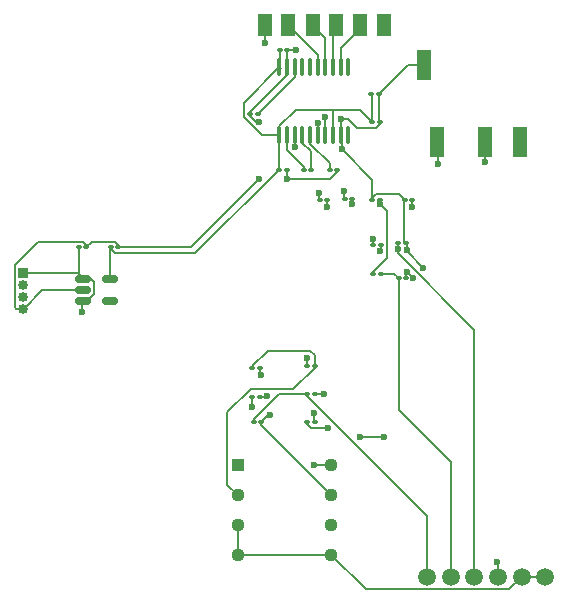
<source format=gbr>
%TF.GenerationSoftware,KiCad,Pcbnew,9.0.2*%
%TF.CreationDate,2025-08-05T13:11:17+05:30*%
%TF.ProjectId,dac,6461632e-6b69-4636-9164-5f7063625858,rev?*%
%TF.SameCoordinates,Original*%
%TF.FileFunction,Copper,L1,Top*%
%TF.FilePolarity,Positive*%
%FSLAX46Y46*%
G04 Gerber Fmt 4.6, Leading zero omitted, Abs format (unit mm)*
G04 Created by KiCad (PCBNEW 9.0.2) date 2025-08-05 13:11:17*
%MOMM*%
%LPD*%
G01*
G04 APERTURE LIST*
G04 Aperture macros list*
%AMRoundRect*
0 Rectangle with rounded corners*
0 $1 Rounding radius*
0 $2 $3 $4 $5 $6 $7 $8 $9 X,Y pos of 4 corners*
0 Add a 4 corners polygon primitive as box body*
4,1,4,$2,$3,$4,$5,$6,$7,$8,$9,$2,$3,0*
0 Add four circle primitives for the rounded corners*
1,1,$1+$1,$2,$3*
1,1,$1+$1,$4,$5*
1,1,$1+$1,$6,$7*
1,1,$1+$1,$8,$9*
0 Add four rect primitives between the rounded corners*
20,1,$1+$1,$2,$3,$4,$5,0*
20,1,$1+$1,$4,$5,$6,$7,0*
20,1,$1+$1,$6,$7,$8,$9,0*
20,1,$1+$1,$8,$9,$2,$3,0*%
G04 Aperture macros list end*
%TA.AperFunction,ComponentPad*%
%ADD10R,1.270000X1.905000*%
%TD*%
%TA.AperFunction,SMDPad,CuDef*%
%ADD11RoundRect,0.100000X-0.130000X-0.100000X0.130000X-0.100000X0.130000X0.100000X-0.130000X0.100000X0*%
%TD*%
%TA.AperFunction,SMDPad,CuDef*%
%ADD12R,1.200000X2.500000*%
%TD*%
%TA.AperFunction,SMDPad,CuDef*%
%ADD13RoundRect,0.100000X0.130000X0.100000X-0.130000X0.100000X-0.130000X-0.100000X0.130000X-0.100000X0*%
%TD*%
%TA.AperFunction,SMDPad,CuDef*%
%ADD14RoundRect,0.150000X-0.512500X-0.150000X0.512500X-0.150000X0.512500X0.150000X-0.512500X0.150000X0*%
%TD*%
%TA.AperFunction,SMDPad,CuDef*%
%ADD15RoundRect,0.100000X0.100000X-0.637500X0.100000X0.637500X-0.100000X0.637500X-0.100000X-0.637500X0*%
%TD*%
%TA.AperFunction,ComponentPad*%
%ADD16R,0.850000X0.850000*%
%TD*%
%TA.AperFunction,ComponentPad*%
%ADD17C,0.850000*%
%TD*%
%TA.AperFunction,ComponentPad*%
%ADD18R,1.130000X1.130000*%
%TD*%
%TA.AperFunction,ComponentPad*%
%ADD19C,1.130000*%
%TD*%
%TA.AperFunction,ComponentPad*%
%ADD20C,1.500000*%
%TD*%
%TA.AperFunction,ViaPad*%
%ADD21C,0.600000*%
%TD*%
%TA.AperFunction,Conductor*%
%ADD22C,0.200000*%
%TD*%
G04 APERTURE END LIST*
D10*
%TO.P,J1,1,Pin_1*%
%TO.N,AGND*%
X119700000Y-66000000D03*
%TO.P,J1,2,Pin_2*%
%TO.N,LCK*%
X121652000Y-66000000D03*
%TO.P,J1,3,Pin_3*%
%TO.N,DAT*%
X123700000Y-66000000D03*
%TO.P,J1,4,Pin_4*%
%TO.N,BCK*%
X125700000Y-66000000D03*
%TO.P,J1,5,Pin_5*%
%TO.N,SCK*%
X127700000Y-66000000D03*
%TO.P,J1,6,Pin_6*%
%TO.N,GND*%
X129700000Y-66000000D03*
%TD*%
D11*
%TO.P,C4,1*%
%TO.N,3.3V*%
X120880000Y-78200000D03*
%TO.P,C4,2*%
%TO.N,GND*%
X121520000Y-78200000D03*
%TD*%
%TO.P,C8,1*%
%TO.N,3.3V*%
X128735000Y-74200000D03*
%TO.P,C8,2*%
%TO.N,AGND*%
X129375000Y-74200000D03*
%TD*%
D12*
%TO.P,J4,R1*%
%TO.N,Net-(U3-OUT_B)*%
X138250000Y-75850000D03*
%TO.P,J4,R2*%
%TO.N,unconnected-(J4-PadR2)*%
X141250000Y-75850000D03*
%TO.P,J4,S*%
%TO.N,AGND*%
X133150000Y-69350000D03*
%TO.P,J4,T*%
%TO.N,Net-(U3-OUT_A)*%
X134250000Y-75850000D03*
%TD*%
D11*
%TO.P,R4,1*%
%TO.N,Net-(C10-Pad2)*%
X128825000Y-87025000D03*
%TO.P,R4,2*%
%TO.N,Net-(C3-Pad2)*%
X129465000Y-87025000D03*
%TD*%
%TO.P,R6,1*%
%TO.N,Net-(R6-Pad1)*%
X123225000Y-97200000D03*
%TO.P,R6,2*%
%TO.N,Net-(U3--IN_B)*%
X123865000Y-97200000D03*
%TD*%
%TO.P,C9,1*%
%TO.N,3.3V*%
X128680000Y-71800000D03*
%TO.P,C9,2*%
%TO.N,AGND*%
X129320000Y-71800000D03*
%TD*%
%TO.P,R3,1*%
%TO.N,Net-(U1-OUTR)*%
X126430000Y-80700000D03*
%TO.P,R3,2*%
%TO.N,Net-(C10-Pad2)*%
X127070000Y-80700000D03*
%TD*%
%TO.P,C15,1*%
%TO.N,GND*%
X118405000Y-73475000D03*
%TO.P,C15,2*%
%TO.N,Net-(U1-LDOO)*%
X119045000Y-73475000D03*
%TD*%
D13*
%TO.P,C7,1*%
%TO.N,GND*%
X121565000Y-68075000D03*
%TO.P,C7,2*%
%TO.N,3.3V*%
X120925000Y-68075000D03*
%TD*%
D11*
%TO.P,C6,1*%
%TO.N,Net-(U1-VNEG)*%
X125135000Y-78200000D03*
%TO.P,C6,2*%
%TO.N,GND*%
X125775000Y-78200000D03*
%TD*%
D14*
%TO.P,U2,1,IN*%
%TO.N,+5V*%
X104262500Y-87450000D03*
%TO.P,U2,2,GND*%
%TO.N,GND*%
X104262500Y-88400000D03*
%TO.P,U2,3,EN*%
%TO.N,+5V*%
X104262500Y-89350000D03*
%TO.P,U2,4,NC*%
%TO.N,unconnected-(U2-NC-Pad4)*%
X106537500Y-89350000D03*
%TO.P,U2,5,OUT*%
%TO.N,3.3V*%
X106537500Y-87450000D03*
%TD*%
D15*
%TO.P,U1,1,CPVDD*%
%TO.N,3.3V*%
X120875000Y-75262500D03*
%TO.P,U1,2,CAPP*%
%TO.N,Net-(U1-CAPP)*%
X121525000Y-75262500D03*
%TO.P,U1,3,CPGND*%
%TO.N,GND*%
X122175000Y-75262500D03*
%TO.P,U1,4,CAPM*%
%TO.N,Net-(U1-CAPM)*%
X122825000Y-75262500D03*
%TO.P,U1,5,VNEG*%
%TO.N,Net-(U1-VNEG)*%
X123475000Y-75262500D03*
%TO.P,U1,6,OUTL*%
%TO.N,Net-(U1-OUTL)*%
X124125000Y-75262500D03*
%TO.P,U1,7,OUTR*%
%TO.N,Net-(U1-OUTR)*%
X124775000Y-75262500D03*
%TO.P,U1,8,AVDD*%
%TO.N,3.3V*%
X125425000Y-75262500D03*
%TO.P,U1,9,AGND*%
%TO.N,AGND*%
X126075000Y-75262500D03*
%TO.P,U1,10,DEMP*%
%TO.N,unconnected-(U1-DEMP-Pad10)*%
X126725000Y-75262500D03*
%TO.P,U1,11,FLT*%
%TO.N,unconnected-(U1-FLT-Pad11)*%
X126725000Y-69537500D03*
%TO.P,U1,12,SCK*%
%TO.N,SCK*%
X126075000Y-69537500D03*
%TO.P,U1,13,BCK*%
%TO.N,BCK*%
X125425000Y-69537500D03*
%TO.P,U1,14,DIN*%
%TO.N,DAT*%
X124775000Y-69537500D03*
%TO.P,U1,15,LRCK*%
%TO.N,LCK*%
X124125000Y-69537500D03*
%TO.P,U1,16,FMT*%
%TO.N,unconnected-(U1-FMT-Pad16)*%
X123475000Y-69537500D03*
%TO.P,U1,17,XSMT*%
%TO.N,unconnected-(U1-XSMT-Pad17)*%
X122825000Y-69537500D03*
%TO.P,U1,18,LDOO*%
%TO.N,Net-(U1-LDOO)*%
X122175000Y-69537500D03*
%TO.P,U1,19,DGND*%
%TO.N,GND*%
X121525000Y-69537500D03*
%TO.P,U1,20,DVDD*%
%TO.N,3.3V*%
X120875000Y-69537500D03*
%TD*%
D11*
%TO.P,C13,1*%
%TO.N,Net-(U3--IN_A)*%
X118600000Y-95000000D03*
%TO.P,C13,2*%
%TO.N,Net-(U3-OUT_A)*%
X119240000Y-95000000D03*
%TD*%
%TO.P,R7,1*%
%TO.N,Net-(R5-Pad1)*%
X123225000Y-99600000D03*
%TO.P,R7,2*%
%TO.N,Net-(U3-OUT_A)*%
X123865000Y-99600000D03*
%TD*%
D16*
%TO.P,J3,1,Pin_1*%
%TO.N,+5V*%
X99200000Y-87000000D03*
D17*
%TO.P,J3,2,Pin_2*%
%TO.N,unconnected-(J3-Pin_2-Pad2)*%
X99200000Y-88000000D03*
%TO.P,J3,3,Pin_3*%
%TO.N,unconnected-(J3-Pin_3-Pad3)*%
X99200000Y-89000000D03*
%TO.P,J3,4,Pin_4*%
%TO.N,GND*%
X99200000Y-90000000D03*
%TD*%
D11*
%TO.P,R8,1*%
%TO.N,Net-(R6-Pad1)*%
X118700000Y-99550000D03*
%TO.P,R8,2*%
%TO.N,Net-(U3-OUT_B)*%
X119340000Y-99550000D03*
%TD*%
%TO.P,R5,1*%
%TO.N,Net-(R5-Pad1)*%
X123225000Y-94800000D03*
%TO.P,R5,2*%
%TO.N,Net-(U3--IN_A)*%
X123865000Y-94800000D03*
%TD*%
D18*
%TO.P,U3,1,OUT_A*%
%TO.N,Net-(U3-OUT_A)*%
X117355000Y-103240000D03*
D19*
%TO.P,U3,2,-IN_A*%
%TO.N,Net-(U3--IN_A)*%
X117355000Y-105780000D03*
%TO.P,U3,3,+IN_A*%
%TO.N,AGND*%
X117355000Y-108320000D03*
%TO.P,U3,4,V-*%
X117355000Y-110860000D03*
%TO.P,U3,5,+IN_B*%
X125295000Y-110860000D03*
%TO.P,U3,6,-IN_B*%
%TO.N,Net-(U3--IN_B)*%
X125295000Y-108320000D03*
%TO.P,U3,7,OUT_B*%
%TO.N,Net-(U3-OUT_B)*%
X125295000Y-105780000D03*
%TO.P,U3,8,V+*%
%TO.N,+5V*%
X125295000Y-103240000D03*
%TD*%
D11*
%TO.P,R2,1*%
%TO.N,Net-(U1-OUTL)*%
X124305000Y-80750000D03*
%TO.P,R2,2*%
%TO.N,Net-(C11-Pad2)*%
X124945000Y-80750000D03*
%TD*%
%TO.P,C10,1*%
%TO.N,AGND*%
X128760000Y-80800000D03*
%TO.P,C10,2*%
%TO.N,Net-(C10-Pad2)*%
X129400000Y-80800000D03*
%TD*%
%TO.P,C11,1*%
%TO.N,AGND*%
X131480000Y-80800000D03*
%TO.P,C11,2*%
%TO.N,Net-(C11-Pad2)*%
X132120000Y-80800000D03*
%TD*%
%TO.P,C1,1*%
%TO.N,+5V*%
X103880000Y-84800000D03*
%TO.P,C1,2*%
%TO.N,GND*%
X104520000Y-84800000D03*
%TD*%
D13*
%TO.P,C3,1*%
%TO.N,AGND*%
X131640000Y-87400000D03*
%TO.P,C3,2*%
%TO.N,Net-(C3-Pad2)*%
X131000000Y-87400000D03*
%TD*%
D20*
%TO.P,RV1,1,1*%
%TO.N,Net-(C12-Pad1)*%
X137400000Y-112700000D03*
%TO.P,RV1,2,2*%
%TO.N,Net-(R5-Pad1)*%
X139400000Y-112700000D03*
%TO.P,RV1,3,3*%
%TO.N,AGND*%
X141400000Y-112700000D03*
%TO.P,RV1,4,4*%
%TO.N,Net-(C3-Pad2)*%
X135400000Y-112700000D03*
%TO.P,RV1,5,5*%
%TO.N,Net-(R6-Pad1)*%
X133400000Y-112700000D03*
%TO.P,RV1,6,6*%
%TO.N,AGND*%
X143400000Y-112700000D03*
%TD*%
D11*
%TO.P,C14,1*%
%TO.N,Net-(U3--IN_B)*%
X118600000Y-97450000D03*
%TO.P,C14,2*%
%TO.N,Net-(U3-OUT_B)*%
X119240000Y-97450000D03*
%TD*%
%TO.P,C2,1*%
%TO.N,3.3V*%
X106600000Y-84800000D03*
%TO.P,C2,2*%
%TO.N,GND*%
X107240000Y-84800000D03*
%TD*%
%TO.P,C5,1*%
%TO.N,Net-(U1-CAPP)*%
X122935000Y-78200000D03*
%TO.P,C5,2*%
%TO.N,Net-(U1-CAPM)*%
X123575000Y-78200000D03*
%TD*%
%TO.P,C12,1*%
%TO.N,Net-(C12-Pad1)*%
X130935000Y-84400000D03*
%TO.P,C12,2*%
%TO.N,AGND*%
X131575000Y-84400000D03*
%TD*%
%TO.P,R1,1*%
%TO.N,Net-(C11-Pad2)*%
X128825000Y-84625000D03*
%TO.P,R1,2*%
%TO.N,Net-(C12-Pad1)*%
X129465000Y-84625000D03*
%TD*%
D21*
%TO.N,GND*%
X122275000Y-68075000D03*
%TO.N,AGND*%
X127725000Y-100875000D03*
X129700000Y-100875000D03*
X133075000Y-86500000D03*
X132225707Y-87424293D03*
%TO.N,+5V*%
X104200000Y-90250000D03*
X123825000Y-103250000D03*
%TO.N,GND*%
X119153657Y-74174998D03*
%TO.N,AGND*%
X126075000Y-73950000D03*
X119675000Y-67500000D03*
%TO.N,GND*%
X121500000Y-79025000D03*
X119190735Y-79040735D03*
X122175000Y-76325000D03*
%TO.N,AGND*%
X131675000Y-86875000D03*
X131700000Y-85025000D03*
X126150000Y-76450000D03*
%TO.N,Net-(C10-Pad2)*%
X129437504Y-81150001D03*
X127050000Y-81150000D03*
%TO.N,Net-(C11-Pad2)*%
X132075000Y-81375000D03*
X124900000Y-81375000D03*
X128850000Y-84075000D03*
%TO.N,Net-(C12-Pad1)*%
X130900000Y-84900000D03*
X129396000Y-85134600D03*
%TO.N,Net-(U3-OUT_A)*%
X119300000Y-95600000D03*
X123829000Y-98850000D03*
X134300000Y-77700000D03*
%TO.N,Net-(U3--IN_B)*%
X124700000Y-97200000D03*
X118600000Y-98275000D03*
%TO.N,Net-(U3-OUT_B)*%
X120075000Y-99000000D03*
X138300000Y-77550000D03*
X119802474Y-97399000D03*
%TO.N,Net-(U1-OUTL)*%
X124125000Y-74225000D03*
X124225000Y-80200000D03*
%TO.N,Net-(U1-OUTR)*%
X124765693Y-73745926D03*
X126350000Y-80050000D03*
%TO.N,Net-(R5-Pad1)*%
X125029000Y-100100000D03*
X123250000Y-94150000D03*
X139325000Y-111400000D03*
%TD*%
D22*
%TO.N,GND*%
X121565000Y-68075000D02*
X122275000Y-68075000D01*
%TO.N,AGND*%
X129700000Y-100875000D02*
X127725000Y-100875000D01*
X131700000Y-85125000D02*
X131700000Y-85025000D01*
X131675000Y-86875000D02*
X131676414Y-86875000D01*
X131676414Y-86875000D02*
X132225707Y-87424293D01*
X133075000Y-86500000D02*
X131700000Y-85125000D01*
%TO.N,+5V*%
X125295000Y-103240000D02*
X123835000Y-103240000D01*
X123835000Y-103240000D02*
X123825000Y-103250000D01*
X104200000Y-90250000D02*
X104200000Y-89412500D01*
X104200000Y-89412500D02*
X104262500Y-89350000D01*
%TO.N,AGND*%
X117355000Y-110860000D02*
X117355000Y-108320000D01*
X125295000Y-110860000D02*
X117355000Y-110860000D01*
X141400000Y-112700000D02*
X143400000Y-112700000D01*
X141400000Y-112700000D02*
X140349000Y-113751000D01*
X140349000Y-113751000D02*
X128186000Y-113751000D01*
X128186000Y-113751000D02*
X125295000Y-110860000D01*
X128760000Y-80800000D02*
X128760000Y-80640130D01*
X128760000Y-80640130D02*
X129101130Y-80299000D01*
X129101130Y-80299000D02*
X130979000Y-80299000D01*
X130979000Y-80299000D02*
X131480000Y-80800000D01*
X126150000Y-76450000D02*
X128760000Y-79060000D01*
X128760000Y-79060000D02*
X128760000Y-80800000D01*
X131480000Y-80800000D02*
X131474000Y-80806000D01*
X131474000Y-80806000D02*
X131474000Y-84299000D01*
X131474000Y-84299000D02*
X131575000Y-84400000D01*
%TO.N,3.3V*%
X122255075Y-73144926D02*
X125425000Y-73144926D01*
X125425000Y-75262500D02*
X125425000Y-73144926D01*
%TO.N,GND*%
X119153657Y-74174998D02*
X118899458Y-74174998D01*
X118899458Y-74174998D02*
X118405000Y-73680540D01*
X118405000Y-73680540D02*
X118405000Y-73475000D01*
%TO.N,3.3V*%
X120875000Y-75262500D02*
X120875000Y-74525001D01*
X120875000Y-74525001D02*
X122255075Y-73144926D01*
X125425000Y-73144926D02*
X127679926Y-73144926D01*
X127679926Y-73144926D02*
X128735000Y-74200000D01*
%TO.N,AGND*%
X129375000Y-74200000D02*
X129375000Y-74359870D01*
X129375000Y-74359870D02*
X129033870Y-74701000D01*
X129033870Y-74701000D02*
X127470870Y-74701000D01*
X127470870Y-74701000D02*
X126719870Y-73950000D01*
X126719870Y-73950000D02*
X126075000Y-73950000D01*
%TO.N,3.3V*%
X128735000Y-74200000D02*
X128735000Y-71855000D01*
X128735000Y-71855000D02*
X128680000Y-71800000D01*
%TO.N,AGND*%
X129320000Y-71800000D02*
X129320000Y-74145000D01*
X129320000Y-74145000D02*
X129375000Y-74200000D01*
X133150000Y-69350000D02*
X131770000Y-69350000D01*
X131770000Y-69350000D02*
X129320000Y-71800000D01*
X119700000Y-66000000D02*
X119700000Y-67475000D01*
X119700000Y-67475000D02*
X119675000Y-67500000D01*
X126075000Y-73950000D02*
X126075000Y-75262500D01*
%TO.N,3.3V*%
X120875000Y-69537500D02*
X117874000Y-72538500D01*
X117874000Y-72538500D02*
X117874000Y-73743870D01*
X119392630Y-75262500D02*
X120875000Y-75262500D01*
X117874000Y-73743870D02*
X119392630Y-75262500D01*
%TO.N,GND*%
X118405000Y-73475000D02*
X118405000Y-73315130D01*
X118405000Y-73315130D02*
X121525000Y-70195130D01*
X121525000Y-70195130D02*
X121525000Y-69537500D01*
X121565000Y-68075000D02*
X121565000Y-69497500D01*
X121565000Y-69497500D02*
X121525000Y-69537500D01*
%TO.N,3.3V*%
X120925000Y-68075000D02*
X120925000Y-69487500D01*
X120925000Y-69487500D02*
X120875000Y-69537500D01*
%TO.N,Net-(U1-LDOO)*%
X119045000Y-73475000D02*
X122175000Y-70345000D01*
X122175000Y-70345000D02*
X122175000Y-69537500D01*
%TO.N,GND*%
X121500000Y-79025000D02*
X125149999Y-79025000D01*
X125149999Y-79025000D02*
X125775000Y-78399999D01*
X125775000Y-78399999D02*
X125775000Y-78200000D01*
%TO.N,3.3V*%
X120880000Y-78200000D02*
X120880000Y-75267500D01*
X120880000Y-75267500D02*
X120875000Y-75262500D01*
%TO.N,GND*%
X107240000Y-84800000D02*
X113431470Y-84800000D01*
X113431470Y-84800000D02*
X119190735Y-79040735D01*
X121500000Y-79025000D02*
X121500000Y-78220000D01*
X121500000Y-78220000D02*
X121520000Y-78200000D01*
X99200000Y-90000000D02*
X98598960Y-90000000D01*
X98598960Y-90000000D02*
X98474000Y-89875040D01*
X98474000Y-89875040D02*
X98474000Y-86274000D01*
X98474000Y-86274000D02*
X100449000Y-84299000D01*
X104520000Y-84600001D02*
X104520000Y-84800000D01*
X100449000Y-84299000D02*
X104218999Y-84299000D01*
X104218999Y-84299000D02*
X104520000Y-84600001D01*
%TO.N,3.3V*%
X106600000Y-84800000D02*
X106600000Y-84959870D01*
X106941130Y-85301000D02*
X113779000Y-85301000D01*
X106600000Y-84959870D02*
X106941130Y-85301000D01*
X113779000Y-85301000D02*
X120880000Y-78200000D01*
%TO.N,GND*%
X104520000Y-84800000D02*
X105021000Y-84299000D01*
X105021000Y-84299000D02*
X106938999Y-84299000D01*
X106938999Y-84299000D02*
X107240000Y-84600001D01*
X107240000Y-84600001D02*
X107240000Y-84800000D01*
%TO.N,+5V*%
X103812500Y-87000000D02*
X103812500Y-86962500D01*
X103812500Y-86962500D02*
X103880000Y-86895000D01*
X103880000Y-86895000D02*
X103880000Y-84800000D01*
%TO.N,3.3V*%
X106537500Y-87450000D02*
X106537500Y-84862500D01*
X106537500Y-84862500D02*
X106600000Y-84800000D01*
%TO.N,+5V*%
X104262500Y-89350000D02*
X104616968Y-89350000D01*
X104616968Y-89350000D02*
X105226000Y-88740968D01*
X105226000Y-88740968D02*
X105226000Y-87751001D01*
X104924999Y-87450000D02*
X104262500Y-87450000D01*
X105226000Y-87751001D02*
X104924999Y-87450000D01*
%TO.N,GND*%
X104262500Y-88400000D02*
X100826720Y-88400000D01*
X100826720Y-88400000D02*
X99226720Y-90000000D01*
X99226720Y-90000000D02*
X99200000Y-90000000D01*
%TO.N,+5V*%
X104262500Y-87450000D02*
X103812500Y-87000000D01*
X103812500Y-87000000D02*
X99200000Y-87000000D01*
%TO.N,GND*%
X121425000Y-78295000D02*
X121520000Y-78200000D01*
X118380000Y-73500000D02*
X118405000Y-73475000D01*
X125850000Y-78125000D02*
X125775000Y-78200000D01*
X122175000Y-76325000D02*
X122175000Y-75262500D01*
X121550000Y-68060000D02*
X121565000Y-68075000D01*
X104600000Y-84880000D02*
X104520000Y-84800000D01*
X122200000Y-75237500D02*
X122175000Y-75262500D01*
X107200000Y-84840000D02*
X107240000Y-84800000D01*
%TO.N,+5V*%
X104162500Y-87550000D02*
X104262500Y-87450000D01*
%TO.N,3.3V*%
X121000000Y-69662500D02*
X120875000Y-69537500D01*
X128675000Y-74260000D02*
X128735000Y-74200000D01*
X120850000Y-68150000D02*
X120925000Y-68075000D01*
%TO.N,Net-(C3-Pad2)*%
X135400000Y-102935844D02*
X135400000Y-112700000D01*
X131000000Y-98535844D02*
X135400000Y-102935844D01*
X129465000Y-87025000D02*
X130625000Y-87025000D01*
X131000000Y-87400000D02*
X131000000Y-98535844D01*
X130625000Y-87025000D02*
X131000000Y-87400000D01*
%TO.N,AGND*%
X131640000Y-86910000D02*
X131675000Y-86875000D01*
X131700000Y-84525000D02*
X131575000Y-84400000D01*
X126050000Y-75237500D02*
X126075000Y-75262500D01*
X131640000Y-87400000D02*
X131640000Y-86910000D01*
X126150000Y-76450000D02*
X126150000Y-75337500D01*
X126150000Y-75337500D02*
X126075000Y-75262500D01*
X131700000Y-85025000D02*
X131700000Y-84525000D01*
%TO.N,Net-(U1-CAPP)*%
X122935000Y-78200000D02*
X122935000Y-77976136D01*
X122935000Y-77976136D02*
X121525000Y-76566136D01*
X121525000Y-76566136D02*
X121525000Y-75262500D01*
%TO.N,Net-(U1-CAPM)*%
X122825000Y-75919870D02*
X122825000Y-75262500D01*
X123575000Y-78200000D02*
X123575000Y-76669870D01*
X123575000Y-76669870D02*
X122825000Y-75919870D01*
%TO.N,Net-(U1-VNEG)*%
X125135000Y-77662770D02*
X125135000Y-78200000D01*
X123475000Y-75262500D02*
X123475000Y-76002770D01*
X123475000Y-76002770D02*
X125135000Y-77662770D01*
%TO.N,Net-(C10-Pad2)*%
X127070000Y-80700000D02*
X127070000Y-81130000D01*
X127070000Y-81130000D02*
X127050000Y-81150000D01*
X128825000Y-86865130D02*
X128825000Y-87025000D01*
X129437504Y-81150001D02*
X129996000Y-81708497D01*
X129437504Y-80837504D02*
X129400000Y-80800000D01*
X129437504Y-81150001D02*
X129437504Y-80837504D01*
X129996000Y-85694130D02*
X128825000Y-86865130D01*
X129996000Y-81708497D02*
X129996000Y-85694130D01*
%TO.N,Net-(C11-Pad2)*%
X124945000Y-81330000D02*
X124900000Y-81375000D01*
X132075000Y-81375000D02*
X132075000Y-80845000D01*
X128850000Y-84600000D02*
X128825000Y-84625000D01*
X124945000Y-80750000D02*
X124945000Y-81330000D01*
X128850000Y-84075000D02*
X128850000Y-84600000D01*
X132075000Y-80845000D02*
X132120000Y-80800000D01*
%TO.N,Net-(C12-Pad1)*%
X129465000Y-85065600D02*
X129396000Y-85134600D01*
X137400000Y-91750057D02*
X137400000Y-112700000D01*
X130900000Y-84900000D02*
X130900000Y-84435000D01*
X129465000Y-84625000D02*
X129465000Y-85065600D01*
X130900000Y-85250057D02*
X137400000Y-91750057D01*
X130900000Y-84900000D02*
X130900000Y-85250057D01*
X130900000Y-84435000D02*
X130935000Y-84400000D01*
%TO.N,Net-(U3-OUT_A)*%
X119240000Y-95540000D02*
X119300000Y-95600000D01*
X119240000Y-95000000D02*
X119240000Y-95540000D01*
X123829000Y-98850000D02*
X123829000Y-99564000D01*
X134300000Y-75900000D02*
X134250000Y-75850000D01*
X134300000Y-77700000D02*
X134300000Y-75900000D01*
X123829000Y-99564000D02*
X123865000Y-99600000D01*
%TO.N,Net-(U3--IN_A)*%
X116489000Y-104914000D02*
X117355000Y-105780000D01*
X122065999Y-96799000D02*
X118451130Y-96799000D01*
X123865000Y-93915057D02*
X123498943Y-93549000D01*
X119891130Y-93549000D02*
X118600000Y-94840130D01*
X123865000Y-94999999D02*
X122065999Y-96799000D01*
X118451130Y-96799000D02*
X116489000Y-98761130D01*
X116489000Y-98761130D02*
X116489000Y-104914000D01*
X118600000Y-94840130D02*
X118600000Y-95000000D01*
X123498943Y-93549000D02*
X119891130Y-93549000D01*
X123865000Y-94800000D02*
X123865000Y-94999999D01*
X123865000Y-94800000D02*
X123865000Y-93915057D01*
%TO.N,Net-(U3--IN_B)*%
X123865000Y-97200000D02*
X124700000Y-97200000D01*
X118600000Y-98275000D02*
X118600000Y-97450000D01*
%TO.N,Net-(U3-OUT_B)*%
X119240000Y-97450000D02*
X119751474Y-97450000D01*
X125295000Y-105730000D02*
X125325000Y-105700000D01*
X120075000Y-99000000D02*
X119890000Y-99000000D01*
X125295000Y-105780000D02*
X119340000Y-99825000D01*
X138300000Y-77550000D02*
X138300000Y-75900000D01*
X119340000Y-99825000D02*
X119340000Y-99550000D01*
X138300000Y-75900000D02*
X138250000Y-75850000D01*
X119751474Y-97450000D02*
X119802474Y-97399000D01*
X119890000Y-99000000D02*
X119340000Y-99550000D01*
%TO.N,Net-(U1-LDOO)*%
X122175000Y-69537500D02*
X122175000Y-68880130D01*
%TO.N,DAT*%
X123962795Y-66262795D02*
X123700000Y-66000000D01*
X124775000Y-67075000D02*
X123962795Y-66262795D01*
X124775000Y-69537500D02*
X124775000Y-67482530D01*
X124775000Y-67482530D02*
X124775000Y-67075000D01*
%TO.N,SCK*%
X126075000Y-67942500D02*
X126075000Y-69537500D01*
X127700000Y-66317500D02*
X126075000Y-67942500D01*
X127700000Y-66000000D02*
X127700000Y-66317500D01*
%TO.N,LCK*%
X121652000Y-66000000D02*
X124125000Y-68473000D01*
X124125000Y-68473000D02*
X124125000Y-69537500D01*
%TO.N,BCK*%
X125700000Y-66000000D02*
X125425000Y-66275000D01*
X125425000Y-66275000D02*
X125425000Y-69537500D01*
%TO.N,Net-(U1-OUTL)*%
X124225000Y-80670000D02*
X124305000Y-80750000D01*
X124125000Y-75262500D02*
X124125000Y-74225000D01*
X124225000Y-80200000D02*
X124225000Y-80670000D01*
%TO.N,Net-(U1-OUTR)*%
X126350000Y-80050000D02*
X126350000Y-80620000D01*
X124775000Y-75262500D02*
X124763048Y-75250548D01*
X126350000Y-80620000D02*
X126430000Y-80700000D01*
X124763048Y-75250548D02*
X124763048Y-73748571D01*
X124763048Y-73748571D02*
X124765693Y-73745926D01*
%TO.N,Net-(R5-Pad1)*%
X123225000Y-99759870D02*
X123565130Y-100100000D01*
X123225000Y-99600000D02*
X123225000Y-99759870D01*
X139400000Y-112700000D02*
X139400000Y-111475000D01*
X139400000Y-111475000D02*
X139325000Y-111400000D01*
X123565130Y-100100000D02*
X125029000Y-100100000D01*
X123250000Y-94150000D02*
X123250000Y-94775000D01*
X123250000Y-94775000D02*
X123225000Y-94800000D01*
%TO.N,Net-(R6-Pad1)*%
X120850001Y-97200000D02*
X118700000Y-99350001D01*
X118700000Y-99350001D02*
X118700000Y-99550000D01*
X133400000Y-107534870D02*
X123225000Y-97359870D01*
X123225000Y-97359870D02*
X123225000Y-97200000D01*
X123225000Y-97200000D02*
X120850001Y-97200000D01*
X133400000Y-112700000D02*
X133400000Y-107534870D01*
%TD*%
M02*

</source>
